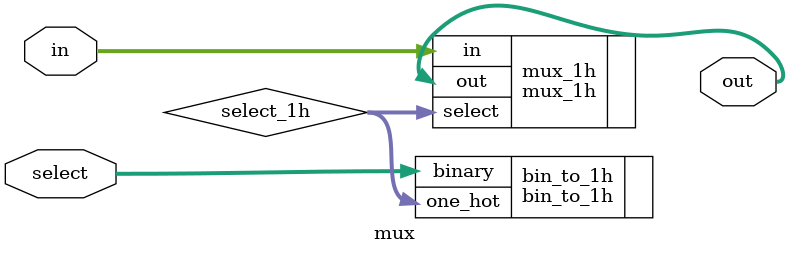
<source format=v>
module mux #
    (
        parameter num_port = 3,
        parameter data_width = 32,

        parameter select_width = $clog2(num_port)
    )
    (
        input [select_width-1:0] select,
        input [num_port*data_width-1:0] in,
        output [data_width-1:0] out
    );
    wire [num_port-1:0] select_1h;
    bin_to_1h
        #(.OUTPUT_WIDTH(num_port)) bin_to_1h
        (
            .binary(select),
            .one_hot(select_1h)
        );
    mux_1h
        #(.num_port(num_port), .data_width(data_width)) mux_1h
        (
            .select(select_1h),
            .in(in),
            .out(out)
        );
endmodule

</source>
